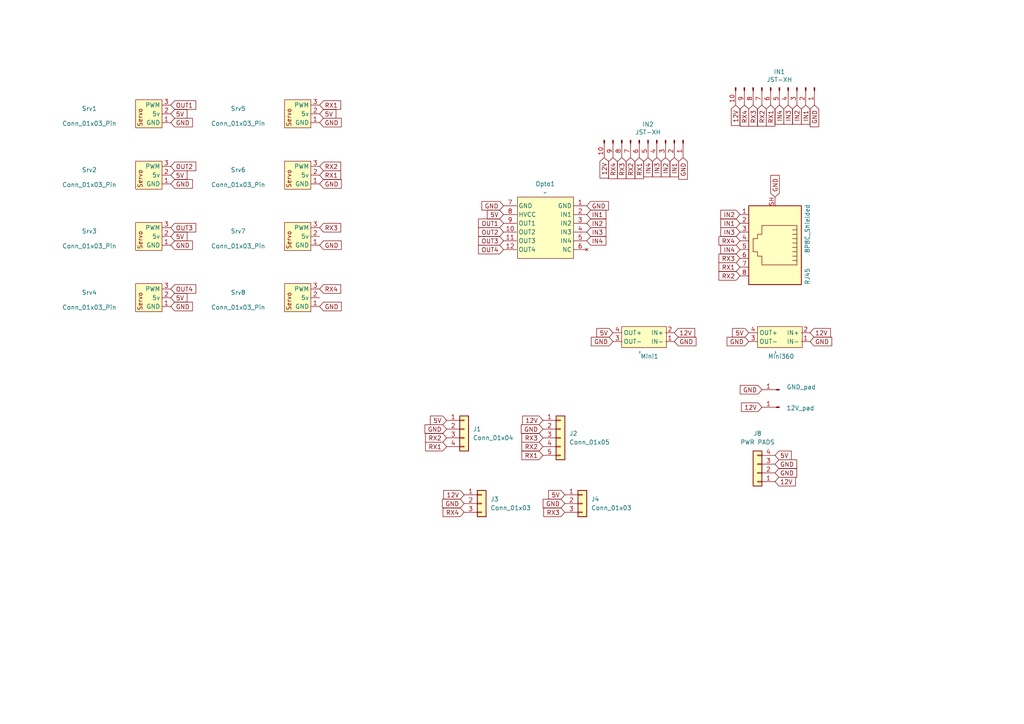
<source format=kicad_sch>
(kicad_sch (version 20231120) (generator "eeschema") (generator_version "8.0")
  (paper "A4")
  (lib_symbols
    (symbol "Connector:8P8C_Shielded" (pin_names (offset 1.016))
      (property "Reference" "J" (at -5.08 13.97 0))
      (property "Value" "8P8C_Shielded" (at 2.54 13.97 0))
      (symbol "8P8C_Shielded_0_1"
        (polyline (pts (xy -5.08 4.445) (xy -6.35 4.445)))
        (polyline (pts (xy -5.08 5.715) (xy -6.35 5.715)))
        (polyline (pts (xy -6.35 -3.175) (xy -5.08 -3.175) (xy -5.08 -3.175)))
        (polyline (pts (xy -6.35 -1.905) (xy -5.08 -1.905) (xy -5.08 -1.905)))
        (polyline (pts (xy -6.35 -0.635) (xy -5.08 -0.635) (xy -5.08 -0.635)))
        (polyline (pts (xy -6.35 0.635) (xy -5.08 0.635) (xy -5.08 0.635)))
        (polyline (pts (xy -6.35 1.905) (xy -5.08 1.905) (xy -5.08 1.905)))
        (polyline (pts (xy -5.08 3.175) (xy -6.35 3.175) (xy -6.35 3.175)))
        (polyline (pts (xy -6.35 -4.445) (xy -6.35 6.985) (xy 3.81 6.985) (xy 3.81 4.445) (xy 5.08 4.445) (xy 5.08 3.175) (xy 6.35 3.175) (xy 6.35 -0.635) (xy 5.08 -0.635) (xy 5.08 -1.905) (xy 3.81 -1.905) (xy 3.81 -4.445) (xy -6.35 -4.445) (xy -6.35 -4.445)))
        (rectangle (start 7.62 12.7) (end -7.62 -10.16) (stroke (width 0.254)) (fill (type background)))
      )
      (symbol "8P8C_Shielded_1_1"
        (pin passive line (at 10.16 -7.62 180) (length 2.54) (name "~") (number "1"))
        (pin passive line (at 10.16 -5.08 180) (length 2.54) (name "~") (number "2"))
        (pin passive line (at 10.16 -2.54 180) (length 2.54) (name "~") (number "3"))
        (pin passive line (at 10.16 0 180) (length 2.54) (name "~") (number "4"))
        (pin passive line (at 10.16 2.54 180) (length 2.54) (name "~") (number "5"))
        (pin passive line (at 10.16 5.08 180) (length 2.54) (name "~") (number "6"))
        (pin passive line (at 10.16 7.62 180) (length 2.54) (name "~") (number "7"))
        (pin passive line (at 10.16 10.16 180) (length 2.54) (name "~") (number "8"))
        (pin passive line (at 0 -12.7 90) (length 2.54) (name "~") (number "SH"))
      )
    )
    (symbol "Connector:Conn_01x01_Pin" (pin_names (offset 1.016) hide)
      (property "Reference" "J" (at 0 2.54 0))
      (property "Value" "Conn_01x01_Pin" (at 0 -2.54 0))
      (symbol "Conn_01x01_Pin_1_1"
        (polyline (pts (xy 1.27 0) (xy 0.8636 0)) (stroke (width 0.1524)))
        (rectangle (start 0.8636 0.127) (end 0 -0.127) (stroke (width 0.1524)) (fill (type outline)))
        (pin passive line (at 5.08 0 180) (length 3.81) (name "Pin_1") (number "1"))
      )
    )
    (symbol "Connector:Conn_01x10_Pin" (pin_names (offset 1.016) hide)
      (property "Reference" "J" (at 0 12.7 0))
      (property "Value" "Conn_01x10_Pin" (at 0 -15.24 0))
      (symbol "Conn_01x10_Pin_1_1"
        (polyline (pts (xy 1.27 -12.7) (xy 0.8636 -12.7)) (stroke (width 0.1524)))
        (polyline (pts (xy 1.27 -10.16) (xy 0.8636 -10.16)) (stroke (width 0.1524)))
        (polyline (pts (xy 1.27 -7.62) (xy 0.8636 -7.62)) (stroke (width 0.1524)))
        (polyline (pts (xy 1.27 -5.08) (xy 0.8636 -5.08)) (stroke (width 0.1524)))
        (polyline (pts (xy 1.27 -2.54) (xy 0.8636 -2.54)) (stroke (width 0.1524)))
        (polyline (pts (xy 1.27 0) (xy 0.8636 0)) (stroke (width 0.1524)))
        (polyline (pts (xy 1.27 2.54) (xy 0.8636 2.54)) (stroke (width 0.1524)))
        (polyline (pts (xy 1.27 5.08) (xy 0.8636 5.08)) (stroke (width 0.1524)))
        (polyline (pts (xy 1.27 7.62) (xy 0.8636 7.62)) (stroke (width 0.1524)))
        (polyline (pts (xy 1.27 10.16) (xy 0.8636 10.16)) (stroke (width 0.1524)))
        (rectangle (start 0.8636 -12.573) (end 0 -12.827) (stroke (width 0.1524)) (fill (type outline)))
        (rectangle (start 0.8636 -10.033) (end 0 -10.287) (stroke (width 0.1524)) (fill (type outline)))
        (rectangle (start 0.8636 -7.493) (end 0 -7.747) (stroke (width 0.1524)) (fill (type outline)))
        (rectangle (start 0.8636 -4.953) (end 0 -5.207) (stroke (width 0.1524)) (fill (type outline)))
        (rectangle (start 0.8636 -2.413) (end 0 -2.667) (stroke (width 0.1524)) (fill (type outline)))
        (rectangle (start 0.8636 0.127) (end 0 -0.127) (stroke (width 0.1524)) (fill (type outline)))
        (rectangle (start 0.8636 2.667) (end 0 2.413) (stroke (width 0.1524)) (fill (type outline)))
        (rectangle (start 0.8636 5.207) (end 0 4.953) (stroke (width 0.1524)) (fill (type outline)))
        (rectangle (start 0.8636 7.747) (end 0 7.493) (stroke (width 0.1524)) (fill (type outline)))
        (rectangle (start 0.8636 10.287) (end 0 10.033) (stroke (width 0.1524)) (fill (type outline)))
        (pin passive line (at 5.08 10.16 180) (length 3.81) (name "Pin_1") (number "1"))
        (pin passive line (at 5.08 -12.7 180) (length 3.81) (name "Pin_10") (number "10"))
        (pin passive line (at 5.08 7.62 180) (length 3.81) (name "Pin_2") (number "2"))
        (pin passive line (at 5.08 5.08 180) (length 3.81) (name "Pin_3") (number "3"))
        (pin passive line (at 5.08 2.54 180) (length 3.81) (name "Pin_4") (number "4"))
        (pin passive line (at 5.08 0 180) (length 3.81) (name "Pin_5") (number "5"))
        (pin passive line (at 5.08 -2.54 180) (length 3.81) (name "Pin_6") (number "6"))
        (pin passive line (at 5.08 -5.08 180) (length 3.81) (name "Pin_7") (number "7"))
        (pin passive line (at 5.08 -7.62 180) (length 3.81) (name "Pin_8") (number "8"))
        (pin passive line (at 5.08 -10.16 180) (length 3.81) (name "Pin_9") (number "9"))
      )
    )
    (symbol "Connector_Generic:Conn_01x03" (pin_names (offset 1.016) hide)
      (property "Reference" "J" (at 0 5.08 0))
      (property "Value" "Conn_01x03" (at 0 -5.08 0))
      (symbol "Conn_01x03_1_1"
        (rectangle (start -1.27 -2.413) (end 0 -2.667) (stroke (width 0.1524)))
        (rectangle (start -1.27 0.127) (end 0 -0.127) (stroke (width 0.1524)))
        (rectangle (start -1.27 2.667) (end 0 2.413) (stroke (width 0.1524)))
        (rectangle (start -1.27 3.81) (end 1.27 -3.81) (stroke (width 0.254)) (fill (type background)))
        (pin passive line (at -5.08 2.54 0) (length 3.81) (name "Pin_1") (number "1"))
        (pin passive line (at -5.08 0 0) (length 3.81) (name "Pin_2") (number "2"))
        (pin passive line (at -5.08 -2.54 0) (length 3.81) (name "Pin_3") (number "3"))
      )
    )
    (symbol "Connector_Generic:Conn_01x04" (pin_names (offset 1.016) hide)
      (property "Reference" "J" (at 0 5.08 0))
      (property "Value" "Conn_01x04" (at 0 -7.62 0))
      (symbol "Conn_01x04_1_1"
        (rectangle (start -1.27 -4.953) (end 0 -5.207) (stroke (width 0.1524)))
        (rectangle (start -1.27 -2.413) (end 0 -2.667) (stroke (width 0.1524)))
        (rectangle (start -1.27 0.127) (end 0 -0.127) (stroke (width 0.1524)))
        (rectangle (start -1.27 2.667) (end 0 2.413) (stroke (width 0.1524)))
        (rectangle (start -1.27 3.81) (end 1.27 -6.35) (stroke (width 0.254)) (fill (type background)))
        (pin passive line (at -5.08 2.54 0) (length 3.81) (name "Pin_1") (number "1"))
        (pin passive line (at -5.08 0 0) (length 3.81) (name "Pin_2") (number "2"))
        (pin passive line (at -5.08 -2.54 0) (length 3.81) (name "Pin_3") (number "3"))
        (pin passive line (at -5.08 -5.08 0) (length 3.81) (name "Pin_4") (number "4"))
      )
    )
    (symbol "Connector_Generic:Conn_01x05" (pin_names (offset 1.016) hide)
      (property "Reference" "J" (at 0 7.62 0))
      (property "Value" "Conn_01x05" (at 0 -7.62 0))
      (symbol "Conn_01x05_1_1"
        (rectangle (start -1.27 -4.953) (end 0 -5.207) (stroke (width 0.1524)))
        (rectangle (start -1.27 -2.413) (end 0 -2.667) (stroke (width 0.1524)))
        (rectangle (start -1.27 0.127) (end 0 -0.127) (stroke (width 0.1524)))
        (rectangle (start -1.27 2.667) (end 0 2.413) (stroke (width 0.1524)))
        (rectangle (start -1.27 5.207) (end 0 4.953) (stroke (width 0.1524)))
        (rectangle (start -1.27 6.35) (end 1.27 -6.35) (stroke (width 0.254)) (fill (type background)))
        (pin passive line (at -5.08 5.08 0) (length 3.81) (name "Pin_1") (number "1"))
        (pin passive line (at -5.08 2.54 0) (length 3.81) (name "Pin_2") (number "2"))
        (pin passive line (at -5.08 0 0) (length 3.81) (name "Pin_3") (number "3"))
        (pin passive line (at -5.08 -2.54 0) (length 3.81) (name "Pin_4") (number "4"))
        (pin passive line (at -5.08 -5.08 0) (length 3.81) (name "Pin_5") (number "5"))
      )
    )
    (symbol "kit:Servo_socket"
      (property "Reference" "Srv" (at 0 4.318 0))
      (symbol "Servo_socket_1_1"
        (rectangle (start 0 2.794) (end 7.62 -5.334) (fill (type background)))
        (text "Servo" (at 6.35 -2.286 900) (effects (font (size 1.27 1.27))))
        (pin passive line (at -2.54 -3.81 0) (length 2.54) (name "GND") (number "1"))
        (pin passive line (at -2.54 -1.27 0) (length 2.54) (name "5v") (number "2"))
        (pin passive line (at -2.54 1.27 0) (length 2.54) (name "PWM") (number "3"))
      )
    )
    (symbol "kit:TLP281_4"
      (property "Reference" "Opto" (at -0.254 0 0))
      (symbol "TLP281_4_1_1"
        (rectangle (start -8.636 8.89) (end 7.62 -8.89) (fill (type background)))
        (pin passive line (at 11.43 6.35 180) (length 3.81) (name "GND") (number "1"))
        (pin output line (at -12.7 -1.27 0) (length 3.81) (name "OUT2") (number "10"))
        (pin output line (at -12.7 -3.81 0) (length 3.81) (name "OUT3") (number "11"))
        (pin output line (at -12.7 -6.35 0) (length 3.81) (name "OUT4") (number "12"))
        (pin input line (at 11.43 3.81 180) (length 3.81) (name "IN1") (number "2"))
        (pin input line (at 11.43 1.27 180) (length 3.81) (name "IN2") (number "3"))
        (pin input line (at 11.43 -1.27 180) (length 3.81) (name "IN3") (number "4"))
        (pin input line (at 11.43 -3.81 180) (length 3.81) (name "IN4") (number "5"))
        (pin no_connect line (at 11.43 -6.35 180) (length 3.81) (name "NC") (number "6"))
        (pin passive line (at -12.7 6.35 0) (length 3.81) (name "GND") (number "7"))
        (pin power_in line (at -12.7 3.81 0) (length 3.81) (name "HVCC") (number "8"))
        (pin output line (at -12.7 1.27 0) (length 3.81) (name "OUT1") (number "9"))
      )
    )
    (symbol "kit:mini360_dcdc"
      (property "Reference" "Mini360_DC/DC" (at 0 5.588 0))
      (symbol "mini360_dcdc_1_1"
        (rectangle (start -6.604 3.048) (end 6.35 -3.048) (fill (type background)))
        (pin input line (at -8.89 1.27 0) (length 2.54) (name "IN-") (number "1"))
        (pin input line (at -8.89 -1.27 0) (length 2.54) (name "IN+") (number "2"))
        (pin output line (at 8.89 1.27 180) (length 2.54) (name "OUT-") (number "3"))
        (pin output line (at 8.89 -1.27 180) (length 2.54) (name "OUT+") (number "4"))
      )
    )
  )
  (global_label "IN4" (shape input) (at 170.18 69.85 0) (property "Intersheetrefs" "${INTERSHEET_REFS}" (effects (hide yes))))
  (global_label "GND" (shape input) (at 224.79 57.15 90) (property "Intersheetrefs" "${INTERSHEET_REFS}" (effects (hide yes))))
  (global_label "12V" (shape input) (at 213.36 30.48 270) (property "Intersheetrefs" "${INTERSHEET_REFS}" (effects (hide yes))))
  (global_label "5V" (shape input) (at 129.54 121.92 180) (property "Intersheetrefs" "${INTERSHEET_REFS}" (effects (hide yes))))
  (global_label "5V" (shape input) (at 217.17 96.52 180) (property "Intersheetrefs" "${INTERSHEET_REFS}" (effects (hide yes))))
  (global_label "GND" (shape input) (at 92.71 35.56 0) (property "Intersheetrefs" "${INTERSHEET_REFS}" (effects (hide yes))))
  (global_label "GND" (shape input) (at 220.98 113.03 180) (property "Intersheetrefs" "${INTERSHEET_REFS}" (effects (hide yes))))
  (global_label "GND" (shape input) (at 92.71 71.12 0) (property "Intersheetrefs" "${INTERSHEET_REFS}" (effects (hide yes))))
  (global_label "RX3" (shape input) (at 180.34 45.72 270) (property "Intersheetrefs" "${INTERSHEET_REFS}" (effects (hide yes))))
  (global_label "5V" (shape input) (at 177.8 96.52 180) (property "Intersheetrefs" "${INTERSHEET_REFS}" (effects (hide yes))))
  (global_label "IN2" (shape input) (at 214.63 62.23 180) (property "Intersheetrefs" "${INTERSHEET_REFS}" (effects (hide yes))))
  (global_label "GND" (shape input) (at 224.79 134.62 0) (property "Intersheetrefs" "${INTERSHEET_REFS}" (effects (hide yes))))
  (global_label "IN2" (shape input) (at 170.18 64.77 0) (property "Intersheetrefs" "${INTERSHEET_REFS}" (effects (hide yes))))
  (global_label "GND" (shape input) (at 177.8 99.06 180) (property "Intersheetrefs" "${INTERSHEET_REFS}" (effects (hide yes))))
  (global_label "12V" (shape input) (at 220.98 118.11 180) (property "Intersheetrefs" "${INTERSHEET_REFS}" (effects (hide yes))))
  (global_label "12V" (shape input) (at 195.58 96.52 0) (property "Intersheetrefs" "${INTERSHEET_REFS}" (effects (hide yes))))
  (global_label "5V" (shape input) (at 146.05 62.23 180) (property "Intersheetrefs" "${INTERSHEET_REFS}" (effects (hide yes))))
  (global_label "GND" (shape input) (at 234.95 99.06 0) (property "Intersheetrefs" "${INTERSHEET_REFS}" (effects (hide yes))))
  (global_label "RX1" (shape input) (at 157.48 132.08 180) (property "Intersheetrefs" "${INTERSHEET_REFS}" (effects (hide yes))))
  (global_label "OUT1" (shape input) (at 146.05 64.77 180) (property "Intersheetrefs" "${INTERSHEET_REFS}" (effects (hide yes))))
  (global_label "GND" (shape input) (at 129.54 124.46 180) (property "Intersheetrefs" "${INTERSHEET_REFS}" (effects (hide yes))))
  (global_label "RX2" (shape input) (at 157.48 129.54 180) (property "Intersheetrefs" "${INTERSHEET_REFS}" (effects (hide yes))))
  (global_label "RX3" (shape input) (at 163.83 148.59 180) (property "Intersheetrefs" "${INTERSHEET_REFS}" (effects (hide yes))))
  (global_label "5V" (shape input) (at 49.53 68.58 0) (property "Intersheetrefs" "${INTERSHEET_REFS}" (effects (hide yes))))
  (global_label "12V" (shape input) (at 234.95 96.52 0) (property "Intersheetrefs" "${INTERSHEET_REFS}" (effects (hide yes))))
  (global_label "5V" (shape input) (at 49.53 50.8 0) (property "Intersheetrefs" "${INTERSHEET_REFS}" (effects (hide yes))))
  (global_label "GND" (shape input) (at 49.53 71.12 0) (property "Intersheetrefs" "${INTERSHEET_REFS}" (effects (hide yes))))
  (global_label "GND" (shape input) (at 92.71 53.34 0) (property "Intersheetrefs" "${INTERSHEET_REFS}" (effects (hide yes))))
  (global_label "GND" (shape input) (at 49.53 35.56 0) (property "Intersheetrefs" "${INTERSHEET_REFS}" (effects (hide yes))))
  (global_label "IN3" (shape input) (at 214.63 67.31 180) (property "Intersheetrefs" "${INTERSHEET_REFS}" (effects (hide yes))))
  (global_label "OUT1" (shape input) (at 49.53 30.48 0) (property "Intersheetrefs" "${INTERSHEET_REFS}" (effects (hide yes))))
  (global_label "RX4" (shape input) (at 92.71 83.82 0) (property "Intersheetrefs" "${INTERSHEET_REFS}" (effects (hide yes))))
  (global_label "5V" (shape input) (at 92.71 33.02 0) (property "Intersheetrefs" "${INTERSHEET_REFS}" (effects (hide yes))))
  (global_label "OUT2" (shape input) (at 49.53 48.26 0) (property "Intersheetrefs" "${INTERSHEET_REFS}" (effects (hide yes))))
  (global_label "RX3" (shape input) (at 157.48 127 180) (property "Intersheetrefs" "${INTERSHEET_REFS}" (effects (hide yes))))
  (global_label "RX4" (shape input) (at 215.9 30.48 270) (property "Intersheetrefs" "${INTERSHEET_REFS}" (effects (hide yes))))
  (global_label "RX1" (shape input) (at 223.52 30.48 270) (property "Intersheetrefs" "${INTERSHEET_REFS}" (effects (hide yes))))
  (global_label "RX3" (shape input) (at 92.71 66.04 0) (property "Intersheetrefs" "${INTERSHEET_REFS}" (effects (hide yes))))
  (global_label "12V" (shape input) (at 224.79 139.7 0) (property "Intersheetrefs" "${INTERSHEET_REFS}" (effects (hide yes))))
  (global_label "IN3" (shape input) (at 190.5 45.72 270) (property "Intersheetrefs" "${INTERSHEET_REFS}" (effects (hide yes))))
  (global_label "RX4" (shape input) (at 214.63 69.85 180) (property "Intersheetrefs" "${INTERSHEET_REFS}" (effects (hide yes))))
  (global_label "OUT3" (shape input) (at 146.05 69.85 180) (property "Intersheetrefs" "${INTERSHEET_REFS}" (effects (hide yes))))
  (global_label "IN1" (shape input) (at 214.63 64.77 180) (property "Intersheetrefs" "${INTERSHEET_REFS}" (effects (hide yes))))
  (global_label "RX2" (shape input) (at 182.88 45.72 270) (property "Intersheetrefs" "${INTERSHEET_REFS}" (effects (hide yes))))
  (global_label "5V" (shape input) (at 49.53 33.02 0) (property "Intersheetrefs" "${INTERSHEET_REFS}" (effects (hide yes))))
  (global_label "5V" (shape input) (at 49.53 86.36 0) (property "Intersheetrefs" "${INTERSHEET_REFS}" (effects (hide yes))))
  (global_label "IN2" (shape input) (at 231.14 30.48 270) (property "Intersheetrefs" "${INTERSHEET_REFS}" (effects (hide yes))))
  (global_label "RX4" (shape input) (at 134.62 148.59 180) (property "Intersheetrefs" "${INTERSHEET_REFS}" (effects (hide yes))))
  (global_label "OUT3" (shape input) (at 49.53 66.04 0) (property "Intersheetrefs" "${INTERSHEET_REFS}" (effects (hide yes))))
  (global_label "RX1" (shape input) (at 185.42 45.72 270) (property "Intersheetrefs" "${INTERSHEET_REFS}" (effects (hide yes))))
  (global_label "IN1" (shape input) (at 195.58 45.72 270) (property "Intersheetrefs" "${INTERSHEET_REFS}" (effects (hide yes))))
  (global_label "12V" (shape input) (at 134.62 143.51 180) (property "Intersheetrefs" "${INTERSHEET_REFS}" (effects (hide yes))))
  (global_label "5V" (shape input) (at 163.83 143.51 180) (property "Intersheetrefs" "${INTERSHEET_REFS}" (effects (hide yes))))
  (global_label "RX4" (shape input) (at 177.8 45.72 270) (property "Intersheetrefs" "${INTERSHEET_REFS}" (effects (hide yes))))
  (global_label "RX3" (shape input) (at 218.44 30.48 270) (property "Intersheetrefs" "${INTERSHEET_REFS}" (effects (hide yes))))
  (global_label "12V" (shape input) (at 157.48 121.92 180) (property "Intersheetrefs" "${INTERSHEET_REFS}" (effects (hide yes))))
  (global_label "RX2" (shape input) (at 129.54 127 180) (property "Intersheetrefs" "${INTERSHEET_REFS}" (effects (hide yes))))
  (global_label "GND" (shape input) (at 217.17 99.06 180) (property "Intersheetrefs" "${INTERSHEET_REFS}" (effects (hide yes))))
  (global_label "GND" (shape input) (at 49.53 88.9 0) (property "Intersheetrefs" "${INTERSHEET_REFS}" (effects (hide yes))))
  (global_label "GND" (shape input) (at 170.18 59.69 0) (property "Intersheetrefs" "${INTERSHEET_REFS}" (effects (hide yes))))
  (global_label "GND" (shape input) (at 49.53 53.34 0) (property "Intersheetrefs" "${INTERSHEET_REFS}" (effects (hide yes))))
  (global_label "RX1" (shape input) (at 129.54 129.54 180) (property "Intersheetrefs" "${INTERSHEET_REFS}" (effects (hide yes))))
  (global_label "OUT4" (shape input) (at 49.53 83.82 0) (property "Intersheetrefs" "${INTERSHEET_REFS}" (effects (hide yes))))
  (global_label "GND" (shape input) (at 146.05 59.69 180) (property "Intersheetrefs" "${INTERSHEET_REFS}" (effects (hide yes))))
  (global_label "GND" (shape input) (at 134.62 146.05 180) (property "Intersheetrefs" "${INTERSHEET_REFS}" (effects (hide yes))))
  (global_label "IN4" (shape input) (at 226.06 30.48 270) (property "Intersheetrefs" "${INTERSHEET_REFS}" (effects (hide yes))))
  (global_label "GND" (shape input) (at 224.79 137.16 0) (property "Intersheetrefs" "${INTERSHEET_REFS}" (effects (hide yes))))
  (global_label "GND" (shape input) (at 92.71 88.9 0) (property "Intersheetrefs" "${INTERSHEET_REFS}" (effects (hide yes))))
  (global_label "IN4" (shape input) (at 187.96 45.72 270) (property "Intersheetrefs" "${INTERSHEET_REFS}" (effects (hide yes))))
  (global_label "5V" (shape input) (at 224.79 132.08 0) (property "Intersheetrefs" "${INTERSHEET_REFS}" (effects (hide yes))))
  (global_label "OUT2" (shape input) (at 146.05 67.31 180) (property "Intersheetrefs" "${INTERSHEET_REFS}" (effects (hide yes))))
  (global_label "IN4" (shape input) (at 214.63 72.39 180) (property "Intersheetrefs" "${INTERSHEET_REFS}" (effects (hide yes))))
  (global_label "GND" (shape input) (at 236.22 30.48 270) (property "Intersheetrefs" "${INTERSHEET_REFS}" (effects (hide yes))))
  (global_label "IN1" (shape input) (at 233.68 30.48 270) (property "Intersheetrefs" "${INTERSHEET_REFS}" (effects (hide yes))))
  (global_label "RX1" (shape input) (at 92.71 50.8 0) (property "Intersheetrefs" "${INTERSHEET_REFS}" (effects (hide yes))))
  (global_label "RX2" (shape input) (at 92.71 48.26 0) (property "Intersheetrefs" "${INTERSHEET_REFS}" (effects (hide yes))))
  (global_label "IN3" (shape input) (at 170.18 67.31 0) (property "Intersheetrefs" "${INTERSHEET_REFS}" (effects (hide yes))))
  (global_label "OUT4" (shape input) (at 146.05 72.39 180) (property "Intersheetrefs" "${INTERSHEET_REFS}" (effects (hide yes))))
  (global_label "RX1" (shape input) (at 214.63 77.47 180) (property "Intersheetrefs" "${INTERSHEET_REFS}" (effects (hide yes))))
  (global_label "RX3" (shape input) (at 214.63 74.93 180) (property "Intersheetrefs" "${INTERSHEET_REFS}" (effects (hide yes))))
  (global_label "RX2" (shape input) (at 214.63 80.01 180) (property "Intersheetrefs" "${INTERSHEET_REFS}" (effects (hide yes))))
  (global_label "GND" (shape input) (at 157.48 124.46 180) (property "Intersheetrefs" "${INTERSHEET_REFS}" (effects (hide yes))))
  (global_label "GND" (shape input) (at 163.83 146.05 180) (property "Intersheetrefs" "${INTERSHEET_REFS}" (effects (hide yes))))
  (global_label "GND" (shape input) (at 195.58 99.06 0) (property "Intersheetrefs" "${INTERSHEET_REFS}" (effects (hide yes))))
  (global_label "GND" (shape input) (at 198.12 45.72 270) (property "Intersheetrefs" "${INTERSHEET_REFS}" (effects (hide yes))))
  (global_label "IN3" (shape input) (at 228.6 30.48 270) (property "Intersheetrefs" "${INTERSHEET_REFS}" (effects (hide yes))))
  (global_label "RX1" (shape input) (at 92.71 30.48 0) (property "Intersheetrefs" "${INTERSHEET_REFS}" (effects (hide yes))))
  (global_label "RX2" (shape input) (at 220.98 30.48 270) (property "Intersheetrefs" "${INTERSHEET_REFS}" (effects (hide yes))))
  (global_label "IN1" (shape input) (at 170.18 62.23 0) (property "Intersheetrefs" "${INTERSHEET_REFS}" (effects (hide yes))))
  (global_label "12V" (shape input) (at 175.26 45.72 270) (property "Intersheetrefs" "${INTERSHEET_REFS}" (effects (hide yes))))
  (global_label "IN2" (shape input) (at 193.04 45.72 270) (property "Intersheetrefs" "${INTERSHEET_REFS}" (effects (hide yes))))
  (symbol (lib_id "kit:TLP281_4") (at 158.75 66.04 0) (unit 1)
    (property "Reference" "Opto1" (at 158.115 53.34 0))
    (property "Value" "~" (at 158.115 55.88 0))
    (property "Footprint" "Library:TLP281_4_module" (effects (hide yes)))
  )
  (symbol (lib_id "kit:Servo_socket") (at 46.99 85.09 0) (mirror y) (unit 1)
    (property "Reference" "Srv4" (at 25.908 84.836 0))
    (property "Value" "Conn_01x03_Pin" (at 25.908 89.154 0))
    (property "Footprint" "Library:Servo_pads" (effects (hide yes)))
    (property "Description" "Generic connector, single row, 01x03, script generated" (effects (hide yes)))
  )
  (symbol (lib_id "Connector_Generic:Conn_01x05") (at 162.56 127 0) (unit 1)
    (property "Reference" "J2" (at 165.1 125.7299 0) (effects (justify left)))
    (property "Value" "Conn_01x05" (at 165.1 128.2699 0) (effects (justify left)))
    (property "Footprint" "Connector_JST:JST_XH_B5B-XH-A_1x05_P2.50mm_Vertical" (effects (hide yes)))
    (property "Description" "Generic connector, single row, 01x05, script generated (kicad-library-utils/schlib/autogen/connector/)" (effects (hide yes)))
  )
  (symbol (lib_id "Connector_Generic:Conn_01x04") (at 134.62 124.46 0) (unit 1)
    (property "Reference" "J1" (at 137.16 124.4599 0) (effects (justify left)))
    (property "Value" "Conn_01x04" (at 137.16 126.9999 0) (effects (justify left)))
    (property "Footprint" "Connector_JST:JST_XH_B4B-XH-A_1x04_P2.50mm_Vertical" (effects (hide yes)))
    (property "Description" "Generic connector, single row, 01x04, script generated (kicad-library-utils/schlib/autogen/connector/)" (effects (hide yes)))
  )
  (symbol (lib_id "kit:Servo_socket") (at 90.17 31.75 0) (mirror y) (unit 1)
    (property "Reference" "Srv5" (at 69.088 31.496 0))
    (property "Value" "Conn_01x03_Pin" (at 69.088 35.814 0))
    (property "Footprint" "Library:Servo_pads" (effects (hide yes)))
    (property "Description" "Generic connector, single row, 01x03, script generated" (effects (hide yes)))
  )
  (symbol (lib_id "kit:Servo_socket") (at 46.99 49.53 0) (mirror y) (unit 1)
    (property "Reference" "Srv2" (at 25.908 49.276 0))
    (property "Value" "Conn_01x03_Pin" (at 25.908 53.594 0))
    (property "Footprint" "Library:Servo_pads" (effects (hide yes)))
    (property "Description" "Generic connector, single row, 01x03, script generated" (effects (hide yes)))
  )
  (symbol (lib_id "kit:mini360_dcdc") (at 226.06 97.79 180) (unit 1)
    (property "Reference" "Mini360" (at 230.378 103.378 0) (effects (justify left)))
    (property "Value" "~" (at 224.917 101.6 90) (effects (justify left)))
    (property "Footprint" "Mini360_step-down:Mini560_step-down_pro" (effects (hide yes)))
  )
  (symbol (lib_id "Connector:8P8C_Shielded") (at 224.79 69.85 180) (unit 1)
    (property "Reference" "RJ45" (at 234.188 77.724 90) (effects (justify left)))
    (property "Value" "8P8C_Shielded" (at 234.188 59.182 90) (effects (justify left)))
    (property "Footprint" "Connector_RJ:RJ45_Wuerth_7499010001A_Horizontal" (effects (hide yes)))
    (property "Description" "RJ connector, 8P8C (8 positions 8 connected), RJ31/RJ32/RJ33/RJ34/RJ35/RJ41/RJ45/RJ49/RJ61, Shielded" (effects (hide yes)))
  )
  (symbol (lib_id "Connector_Generic:Conn_01x03") (at 139.7 146.05 0) (unit 1)
    (property "Reference" "J3" (at 142.24 144.7799 0) (effects (justify left)))
    (property "Value" "Conn_01x03" (at 142.24 147.3199 0) (effects (justify left)))
    (property "Footprint" "Connector_JST:JST_XH_B3B-XH-A_1x03_P2.50mm_Vertical" (effects (hide yes)))
    (property "Description" "Generic connector, single row, 01x03, script generated (kicad-library-utils/schlib/autogen/connector/)" (effects (hide yes)))
  )
  (symbol (lib_id "Connector:Conn_01x10_Pin") (at 226.06 25.4 270) (unit 1)
    (property "Reference" "IN1" (at 226.06 20.828 90))
    (property "Value" "JST-XH" (at 226.06 23.114 90))
    (property "Footprint" "Connector_JST:JST_XH_B10B-XH-A_1x10_P2.50mm_Vertical" (effects (hide yes)))
    (property "Description" "Generic connector, single row, 01x10, script generated" (effects (hide yes)))
  )
  (symbol (lib_id "kit:Servo_socket") (at 90.17 49.53 0) (mirror y) (unit 1)
    (property "Reference" "Srv6" (at 69.088 49.276 0))
    (property "Value" "Conn_01x03_Pin" (at 69.088 53.594 0))
    (property "Footprint" "Library:Servo_pads" (effects (hide yes)))
    (property "Description" "Generic connector, single row, 01x03, script generated" (effects (hide yes)))
  )
  (symbol (lib_id "kit:Servo_socket") (at 90.17 67.31 0) (mirror y) (unit 1)
    (property "Reference" "Srv7" (at 69.088 67.056 0))
    (property "Value" "Conn_01x03_Pin" (at 69.088 71.374 0))
    (property "Footprint" "Library:Servo_pads" (effects (hide yes)))
    (property "Description" "Generic connector, single row, 01x03, script generated" (effects (hide yes)))
  )
  (symbol (lib_id "Connector_Generic:Conn_01x04") (at 219.71 137.16 180) (unit 1)
    (property "Reference" "J8" (at 219.71 125.73 0))
    (property "Value" "PWR PADS" (at 219.71 128.27 0))
    (property "Footprint" "Library:PWR_pads" (effects (hide yes)))
    (property "Description" "Generic connector, single row, 01x04, script generated (kicad-library-utils/schlib/autogen/connector/)" (effects (hide yes)))
  )
  (symbol (lib_id "kit:Servo_socket") (at 46.99 67.31 0) (mirror y) (unit 1)
    (property "Reference" "Srv3" (at 25.908 67.056 0))
    (property "Value" "Conn_01x03_Pin" (at 25.908 71.374 0))
    (property "Footprint" "Library:Servo_pads" (effects (hide yes)))
    (property "Description" "Generic connector, single row, 01x03, script generated" (effects (hide yes)))
  )
  (symbol (lib_id "Connector:Conn_01x01_Pin") (at 226.06 113.03 180) (unit 1)
    (property "Reference" "J6" (effects (hide yes)))
    (property "Value" "GND_pad" (at 232.41 112.268 0))
    (property "Footprint" "TestPoint:TestPoint_Pad_2.5x2.5mm" (effects (hide yes)))
    (property "Description" "Generic connector, single row, 01x01, script generated" (effects (hide yes)))
  )
  (symbol (lib_id "Connector:Conn_01x01_Pin") (at 226.06 118.11 180) (unit 1)
    (property "Reference" "J5" (effects (hide yes)))
    (property "Value" "12V_pad" (at 232.156 118.364 0))
    (property "Footprint" "TestPoint:TestPoint_Pad_2.5x2.5mm" (effects (hide yes)))
    (property "Description" "Generic connector, single row, 01x01, script generated" (effects (hide yes)))
  )
  (symbol (lib_id "Connector:Conn_01x10_Pin") (at 187.96 40.64 270) (unit 1)
    (property "Reference" "IN2" (at 187.96 36.068 90))
    (property "Value" "JST-XH" (at 187.96 38.354 90))
    (property "Footprint" "Connector_JST:JST_XH_B10B-XH-A_1x10_P2.50mm_Vertical" (effects (hide yes)))
    (property "Description" "Generic connector, single row, 01x10, script generated" (effects (hide yes)))
  )
  (symbol (lib_id "kit:mini360_dcdc") (at 186.69 97.79 180) (unit 1)
    (property "Reference" "Mini1" (at 191.008 103.378 0) (effects (justify left)))
    (property "Value" "~" (at 185.547 101.6 90) (effects (justify left)))
    (property "Footprint" "Mini360_step-down:Mini360_step-down" (effects (hide yes)))
  )
  (symbol (lib_id "kit:Servo_socket") (at 90.17 85.09 0) (mirror y) (unit 1)
    (property "Reference" "Srv8" (at 69.088 84.836 0))
    (property "Value" "Conn_01x03_Pin" (at 69.088 89.154 0))
    (property "Footprint" "Library:Servo_pads" (effects (hide yes)))
    (property "Description" "Generic connector, single row, 01x03, script generated" (effects (hide yes)))
  )
  (symbol (lib_id "kit:Servo_socket") (at 46.99 31.75 0) (mirror y) (unit 1)
    (property "Reference" "Srv1" (at 25.908 31.496 0))
    (property "Value" "Conn_01x03_Pin" (at 25.908 35.814 0))
    (property "Footprint" "Library:Servo_pads" (effects (hide yes)))
    (property "Description" "Generic connector, single row, 01x03, script generated" (effects (hide yes)))
  )
  (symbol (lib_id "Connector_Generic:Conn_01x03") (at 168.91 146.05 0) (unit 1)
    (property "Reference" "J4" (at 171.45 144.7799 0) (effects (justify left)))
    (property "Value" "Conn_01x03" (at 171.45 147.3199 0) (effects (justify left)))
    (property "Footprint" "Connector_JST:JST_XH_B3B-XH-A_1x03_P2.50mm_Vertical" (effects (hide yes)))
    (property "Description" "Generic connector, single row, 01x03, script generated (kicad-library-utils/schlib/autogen/connector/)" (effects (hide yes)))
  )
)
</source>
